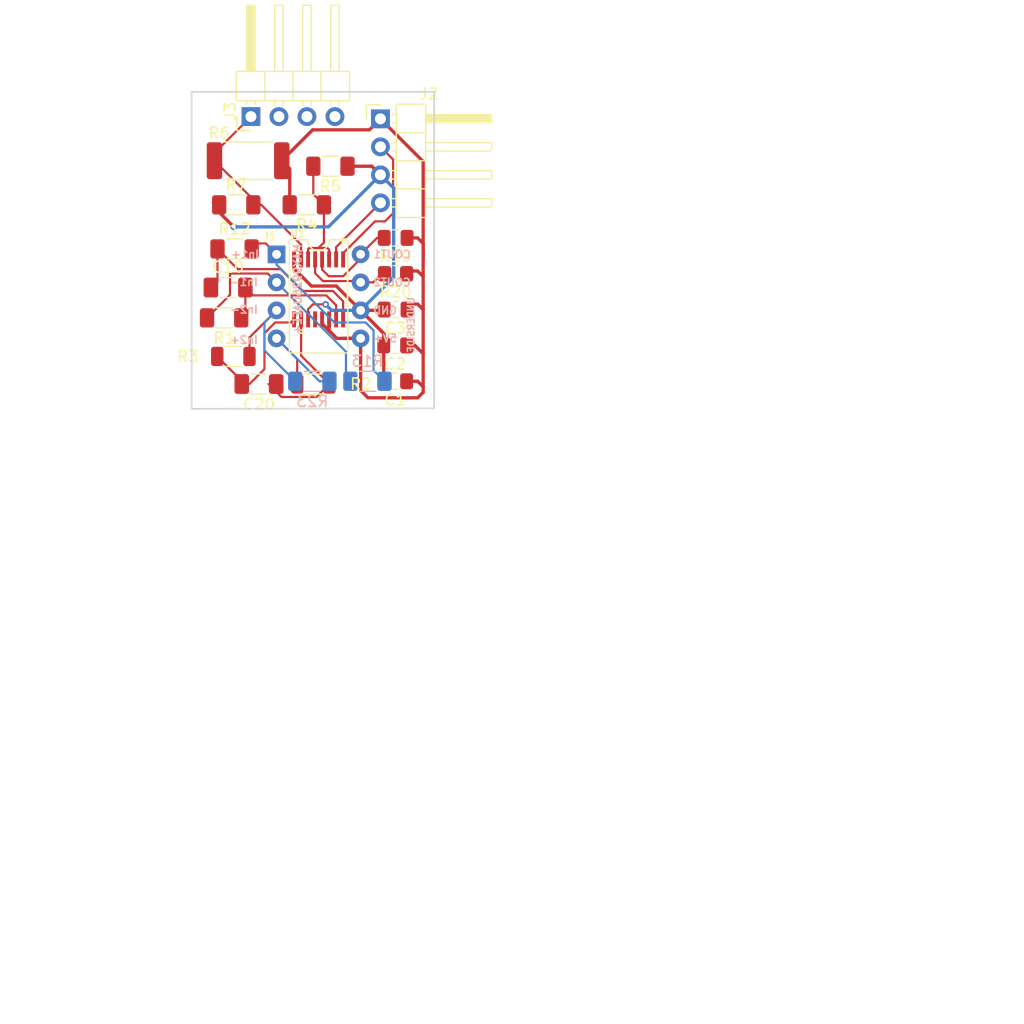
<source format=kicad_pcb>
(kicad_pcb (version 20240108) (generator "pcbnew") (generator_version "8.0")
  (title_block (title "Dual Variable Reluctance MAX9926 mode A2") (date "2021-04-24") (rev "3.7") (company "(c)2021 Phill Rogers @ TechColab.co.je") (comment 1 "Optional onboard regulator or 5V direct") (comment 2 "Optional power resistors") (comment 3 "Optional edge header for breadboard etc.") (comment 4 "M2 mounting holes"))
  (layers (0 "F.Cu" signal) (31 "B.Cu" signal) (34 "B.Paste" user) (35 "F.Paste" user) (36 "B.SilkS" user "B.Silkscreen") (37 "F.SilkS" user "F.Silkscreen") (38 "B.Mask" user) (39 "F.Mask" user) (44 "Edge.Cuts" user))
  (net 0 "")
  (net 1 "GND")
  (net 2 "VCC")
  (net 3 "Net-(J2-Pin_2)")
  (net 4 "Net-(J1-Pin_2)")
  (net 5 "Net-(J1-Pin_1)")
  (net 6 "Net-(J1-Pin_4)")
  (net 7 "Net-(J1-Pin_3)")
  (net 8 "Net-(U1-IN1-)")
  (net 9 "Net-(U1-IN2-)")
  (net 10 "Net-(U1-IN2+)")
  (net 11 "Net-(U1-IN1+)")
  (net 13 "/COUT1")
  (net 14 "/COUT2")
  (net 18 "Net-(U1-BIAS1)")
  (net 19 "Net-(J3-Pin_1)")
  (net 20 "Net-(J2-Pin_4)")
  (footprint "Capacitor_SMD:C_0805_2012Metric_Pad1.18x1.45mm_HandSolder" (layer "F.Cu") (at 129.8175 113.745 180)
    (property "Reference" "C1" (at 0 -1.68 180) (layer "F.SilkS"))
    (property "Value" "10n")
    (fp_line (start -0.261252 0.735) (end 0.261252 0.735) (stroke (width 0.12)) (layer "F.SilkS"))
    (fp_line (start -0.261252 -0.735) (end 0.261252 -0.735) (stroke (width 0.12)) (layer "F.SilkS"))
    (pad "1" smd roundrect (at -1.0375 0 180) (size 1.175 1.45) (layers "F.Cu" "F.Paste" "F.Mask") (roundrect_rratio 0.212766) (net 2 "VCC"))
    (pad "2" smd roundrect (at 1.0375 0 180) (size 1.175 1.45) (layers "F.Cu" "F.Paste" "F.Mask") (roundrect_rratio 0.212766) (net 1 "GND"))
  )
  (footprint "Capacitor_SMD:C_0805_2012Metric_Pad1.18x1.45mm_HandSolder" (layer "F.Cu") (at 129.8175 110.495 180)
    (property "Reference" "C2" (at 0 -1.68 180) (layer "F.SilkS"))
    (property "Value" "100n")
    (fp_line (start -0.261252 0.735) (end 0.261252 0.735) (stroke (width 0.12)) (layer "F.SilkS"))
    (fp_line (start -0.261252 -0.735) (end 0.261252 -0.735) (stroke (width 0.12)) (layer "F.SilkS"))
    (pad "1" smd roundrect (at -1.0375 0 180) (size 1.175 1.45) (layers "F.Cu" "F.Paste" "F.Mask") (roundrect_rratio 0.212766) (net 2 "VCC"))
    (pad "2" smd roundrect (at 1.0375 0 180) (size 1.175 1.45) (layers "F.Cu" "F.Paste" "F.Mask") (roundrect_rratio 0.212766) (net 1 "GND"))
  )
  (footprint "Capacitor_SMD:C_0805_2012Metric_Pad1.18x1.45mm_HandSolder" (layer "F.Cu") (at 129.8575 107.245 180)
    (property "Reference" "C3" (at 0 -1.68 180) (layer "F.SilkS"))
    (property "Value" "1u")
    (fp_line (start -0.261252 0.735) (end 0.261252 0.735) (stroke (width 0.12)) (layer "F.SilkS"))
    (fp_line (start -0.261252 -0.735) (end 0.261252 -0.735) (stroke (width 0.12)) (layer "F.SilkS"))
    (pad "1" smd roundrect (at -1.0375 0 180) (size 1.175 1.45) (layers "F.Cu" "F.Paste" "F.Mask") (roundrect_rratio 0.212766) (net 2 "VCC"))
    (pad "2" smd roundrect (at 1.0375 0 180) (size 1.175 1.45) (layers "F.Cu" "F.Paste" "F.Mask") (roundrect_rratio 0.212766) (net 1 "GND"))
  )
  (footprint "Capacitor_SMD:C_1206_3216Metric_Pad1.33x1.80mm_HandSolder" (layer "F.Cu") (at 114.6675 105.245)
    (property "Reference" "C10" (at 0 -1.85 0) (layer "F.SilkS"))
    (property "Value" "1n")
    (fp_line (start -0.711252 -0.91) (end 0.711252 -0.91) (stroke (width 0.12)) (layer "F.SilkS"))
    (fp_line (start -0.711252 0.91) (end 0.711252 0.91) (stroke (width 0.12)) (layer "F.SilkS"))
    (pad "1" smd roundrect (at -1.5625 0) (size 1.325 1.8) (layers "F.Cu" "F.Paste" "F.Mask") (roundrect_rratio 0.188679) (net 11 "Net-(U1-IN1+)"))
    (pad "2" smd roundrect (at 1.5625 0) (size 1.325 1.8) (layers "F.Cu" "F.Paste" "F.Mask") (roundrect_rratio 0.188679) (net 8 "Net-(U1-IN1-)"))
  )
  (footprint "Capacitor_SMD:C_1206_3216Metric_Pad1.33x1.80mm_HandSolder" (layer "F.Cu") (at 117.4675 113.995 180)
    (property "Reference" "C20" (at 0 -1.85 180) (layer "F.SilkS"))
    (property "Value" "1n")
    (fp_line (start -0.711252 0.91) (end 0.711252 0.91) (stroke (width 0.12)) (layer "F.SilkS"))
    (fp_line (start -0.711252 -0.91) (end 0.711252 -0.91) (stroke (width 0.12)) (layer "F.SilkS"))
    (pad "1" smd roundrect (at -1.5625 0 180) (size 1.325 1.8) (layers "F.Cu" "F.Paste" "F.Mask") (roundrect_rratio 0.188679) (net 9 "Net-(U1-IN2-)"))
    (pad "2" smd roundrect (at 1.5625 0 180) (size 1.325 1.8) (layers "F.Cu" "F.Paste" "F.Mask") (roundrect_rratio 0.188679) (net 10 "Net-(U1-IN2+)"))
  )
  (footprint "Resistor_SMD:R_1206_3216Metric" (layer "F.Cu") (at 115.1425 111.495)
    (property "Reference" "R3" (at -4.1275 0 0) (layer "F.SilkS"))
    (property "Value" "10k")
    (fp_line (start -0.727064 -0.91) (end 0.727064 -0.91) (stroke (width 0.12)) (layer "F.SilkS"))
    (fp_line (start -0.727064 0.91) (end 0.727064 0.91) (stroke (width 0.12)) (layer "F.SilkS"))
    (pad "1" smd roundrect (at -1.4625 0) (size 1.125 1.75) (layers "F.Cu" "F.Paste" "F.Mask") (roundrect_rratio 0.222222) (net 10 "Net-(U1-IN2+)"))
    (pad "2" smd roundrect (at 1.4625 0) (size 1.125 1.75) (layers "F.Cu" "F.Paste" "F.Mask") (roundrect_rratio 0.222222) (net 7 "Net-(J1-Pin_3)"))
  )
  (footprint "Resistor_SMD:R_1206_3216Metric" (layer "F.Cu") (at 122.3925 113.995 180)
    (property "Reference" "R2" (at -4.318 0 0) (layer "F.SilkS"))
    (property "Value" "10k")
    (fp_line (start -0.727064 0.91) (end 0.727064 0.91) (stroke (width 0.12)) (layer "F.SilkS"))
    (fp_line (start -0.727064 -0.91) (end 0.727064 -0.91) (stroke (width 0.12)) (layer "F.SilkS"))
    (pad "1" smd roundrect (at -1.4625 0 180) (size 1.125 1.75) (layers "F.Cu" "F.Paste" "F.Mask") (roundrect_rratio 0.222222) (net 9 "Net-(U1-IN2-)"))
    (pad "2" smd roundrect (at 1.4625 0 180) (size 1.125 1.75) (layers "F.Cu" "F.Paste" "F.Mask") (roundrect_rratio 0.222222) (net 6 "Net-(J1-Pin_4)"))
  )
  (footprint "Resistor_SMD:R_1206_3216Metric_Pad1.30x1.75mm_HandSolder" (layer "F.Cu") (at 114.305 107.995 180)
    (property "Reference" "R1" (at 0 -1.82 0) (layer "F.SilkS"))
    (property "Value" "10k")
    (fp_line (start -0.727064 0.91) (end 0.727064 0.91) (stroke (width 0.12)) (layer "F.SilkS"))
    (fp_line (start -0.727064 -0.91) (end 0.727064 -0.91) (stroke (width 0.12)) (layer "F.SilkS"))
    (pad "1" smd roundrect (at -1.55 0 180) (size 1.3 1.75) (layers "F.Cu" "F.Paste" "F.Mask") (roundrect_rratio 0.192308) (net 8 "Net-(U1-IN1-)"))
    (pad "2" smd roundrect (at 1.55 0 180) (size 1.3 1.75) (layers "F.Cu" "F.Paste" "F.Mask") (roundrect_rratio 0.192308) (net 4 "Net-(J1-Pin_2)"))
  )
  (footprint "Package_DIP:DIP-8_W7.62mm" (layer "F.Cu") (at 119.0625 102.235)
    (property "Reference" "J1" (at -0.635 -1.64 0) (layer "F.SilkS") (effects (font (size 0.7 0.7))))
    (property "Value" "8-pin header")
    (fp_line (start 1.16 -1.33) (end 1.16 8.95) (stroke (width 0.12)) (layer "F.SilkS"))
    (fp_line (start 1.16 8.95) (end 6.46 8.95) (stroke (width 0.12)) (layer "F.SilkS"))
    (fp_line (start 2.81 -1.33) (end 1.16 -1.33) (stroke (width 0.12)) (layer "F.SilkS"))
    (fp_line (start 6.46 -1.33) (end 4.81 -1.33) (stroke (width 0.12)) (layer "F.SilkS"))
    (fp_line (start 6.46 8.95) (end 6.46 -1.33) (stroke (width 0.12)) (layer "F.SilkS"))
    (fp_arc (start 4.81 -1.33) (mid 3.81 -0.33) (end 2.81 -1.33) (stroke (width 0.12)) (layer "F.SilkS"))
    (pad "1" thru_hole rect (at 0 0) (size 1.6 1.6) (drill 0.8) (layers "*.Cu" "*.Mask") (net 5 "Net-(J1-Pin_1)"))
    (pad "2" thru_hole oval (at 0 2.54) (size 1.6 1.6) (drill 0.8) (layers "*.Cu" "*.Mask") (net 4 "Net-(J1-Pin_2)"))
    (pad "3" thru_hole oval (at 0 5.08) (size 1.6 1.6) (drill 0.8) (layers "*.Cu" "*.Mask") (net 7 "Net-(J1-Pin_3)"))
    (pad "4" thru_hole oval (at 0 7.62) (size 1.6 1.6) (drill 0.8) (layers "*.Cu" "*.Mask") (net 6 "Net-(J1-Pin_4)"))
    (pad "5" thru_hole oval (at 7.62 7.62) (size 1.6 1.6) (drill 0.8) (layers "*.Cu" "*.Mask") (net 2 "VCC"))
    (pad "6" thru_hole oval (at 7.62 5.08) (size 1.6 1.6) (drill 0.8) (layers "*.Cu" "*.Mask") (net 1 "GND"))
    (pad "7" thru_hole oval (at 7.62 2.54) (size 1.6 1.6) (drill 0.8) (layers "*.Cu" "*.Mask") (net 14 "/COUT2"))
    (pad "8" thru_hole oval (at 7.62 0) (size 1.6 1.6) (drill 0.8) (layers "*.Cu" "*.Mask") (net 13 "/COUT1"))
  )
  (footprint "Capacitor_SMD:C_0805_2012Metric_Pad1.18x1.45mm_HandSolder" (layer "F.Cu") (at 129.8575 100.745 180)
    (property "Reference" "R10" (at 0 -1.68 180) (layer "F.SilkS"))
    (property "Value" "560")
    (fp_line (start -0.261252 0.735) (end 0.261252 0.735) (stroke (width 0.12)) (layer "F.SilkS"))
    (fp_line (start -0.261252 -0.735) (end 0.261252 -0.735) (stroke (width 0.12)) (layer "F.SilkS"))
    (pad "1" smd roundrect (at -1.0375 0 180) (size 1.175 1.45) (layers "F.Cu" "F.Paste" "F.Mask") (roundrect_rratio 0.212766) (net 2 "VCC"))
    (pad "2" smd roundrect (at 1.0375 0 180) (size 1.175 1.45) (layers "F.Cu" "F.Paste" "F.Mask") (roundrect_rratio 0.212766) (net 13 "/COUT1"))
  )
  (footprint "Resistor_SMD:R_0805_2012Metric_Pad1.20x1.40mm_HandSolder" (layer "F.Cu") (at 129.855 103.995 180)
    (property "Reference" "R20" (at 0 -1.65 180) (layer "F.SilkS"))
    (property "Value" "560")
    (fp_line (start -0.227064 0.735) (end 0.227064 0.735) (stroke (width 0.12)) (layer "F.SilkS"))
    (fp_line (start -0.227064 -0.735) (end 0.227064 -0.735) (stroke (width 0.12)) (layer "F.SilkS"))
    (pad "1" smd roundrect (at -1 0 180) (size 1.2 1.4) (layers "F.Cu" "F.Paste" "F.Mask") (roundrect_rratio 0.208333) (net 2 "VCC"))
    (pad "2" smd roundrect (at 1 0 180) (size 1.2 1.4) (layers "F.Cu" "F.Paste" "F.Mask") (roundrect_rratio 0.208333) (net 14 "/COUT2"))
  )
  (footprint "MAX9926UAEE+:MAX9926UAEE&plus_" (layer "F.Cu") (at 122.8725 105.41 -90)
    (property "Reference" "U1" (at -5.08 1.905 180) (layer "F.SilkS") (effects (font (size 0.7 0.7))))
    (property "Value" "MAX9926UAEE+" (at 0 1.905 90) (layer "B.SilkS") (effects (font (size 0.7 0.7)) (justify mirror)))
    (fp_line (start -1.741055 2.6162) (end 1.741055 2.6162) (stroke (width 0.1524)) (layer "F.SilkS"))
    (fp_line (start 3.702799 1.778) (end 3.702799 1.397) (stroke (width 0.1524)) (layer "F.SilkS"))
    (fp_line (start 3.956799 1.778) (end 3.702799 1.778) (stroke (width 0.1524)) (layer "F.SilkS"))
    (fp_line (start 3.702799 1.397) (end 3.956799 1.397) (stroke (width 0.1524)) (layer "F.SilkS"))
    (fp_line (start 3.956799 1.397) (end 3.956799 1.778) (stroke (width 0.1524)) (layer "F.SilkS"))
    (fp_line (start 1.741055 -2.6162) (end -1.741055 -2.6162) (stroke (width 0.1524)) (layer "F.SilkS"))
    (fp_text user "*" (at -4.445 -2.54 90) (layer "F.SilkS"))
    (fp_text user "*" (at -4.445 -2.54 90) (layer "F.SilkS"))
    (pad "1" smd rect (at -2.721348 -2.2225 270) (size 1.454899 0.3548) (layers "F.Cu" "F.Paste" "F.Mask") (net 3 "Net-(J2-Pin_2)"))
    (pad "2" smd rect (at -2.721348 -1.5875 270) (size 1.454899 0.3548) (layers "F.Cu" "F.Paste" "F.Mask") (net 20 "Net-(J2-Pin_4)"))
    (pad "3" smd rect (at -2.721348 -0.9525 270) (size 1.454899 0.3548) (layers "F.Cu" "F.Paste" "F.Mask") (net 18 "Net-(U1-BIAS1)"))
    (pad "4" smd rect (at -2.721348 -0.3175 270) (size 1.454899 0.3548) (layers "F.Cu" "F.Paste" "F.Mask") (net 13 "/COUT1"))
    (pad "5" smd rect (at -2.721348 0.3175 270) (size 1.454899 0.3548) (layers "F.Cu" "F.Paste" "F.Mask") (net 14 "/COUT2"))
    (pad "6" smd rect (at -2.721348 0.9525 270) (size 1.454899 0.3548) (layers "F.Cu" "F.Paste" "F.Mask") (net 18 "Net-(U1-BIAS1)"))
    (pad "7" smd rect (at -2.721348 1.5875 270) (size 1.454899 0.3548) (layers "F.Cu" "F.Paste" "F.Mask") (net 19 "Net-(J3-Pin_1)"))
    (pad "8" smd rect (at -2.721348 2.2225 270) (size 1.454899 0.3548) (layers "F.Cu" "F.Paste" "F.Mask") (net 1 "GND"))
    (pad "9" smd rect (at 2.721348 2.2225 270) (size 1.454899 0.3548) (layers "F.Cu" "F.Paste" "F.Mask") (net 10 "Net-(U1-IN2+)"))
    (pad "10" smd rect (at 2.721348 1.5875 270) (size 1.454899 0.3548) (layers "F.Cu" "F.Paste" "F.Mask") (net 9 "Net-(U1-IN2-)"))
    (pad "11" smd rect (at 2.721348 0.9525 270) (size 1.454899 0.3548) (layers "F.Cu" "F.Paste" "F.Mask") (net 1 "GND"))
    (pad "12" smd rect (at 2.721348 0.3175 270) (size 1.454899 0.3548) (layers "F.Cu" "F.Paste" "F.Mask"))
    (pad "13" smd rect (at 2.721348 -0.3175 270) (size 1.454899 0.3548) (layers "F.Cu" "F.Paste" "F.Mask") (net 2 "VCC"))
    (pad "14" smd rect (at 2.721348 -0.9525 270) (size 1.454899 0.3548) (layers "F.Cu" "F.Paste" "F.Mask") (net 2 "VCC"))
    (pad "15" smd rect (at 2.721348 -1.5875 270) (size 1.454899 0.3548) (layers "F.Cu" "F.Paste" "F.Mask") (net 8 "Net-(U1-IN1-)"))
    (pad "16" smd rect (at 2.721348 -2.2225 270) (size 1.454899 0.3548) (layers "F.Cu" "F.Paste" "F.Mask") (net 11 "Net-(U1-IN1+)"))
  )
  (footprint "Resistor_SMD:R_1206_3216Metric_Pad1.30x1.75mm_HandSolder" (layer "F.Cu") (at 115.2525 101.745)
    (property "Reference" "R12" (at 0 -1.82 0) (layer "F.SilkS"))
    (property "Value" "10k")
    (fp_line (start -0.727064 -0.91) (end 0.727064 -0.91) (stroke (width 0.12)) (layer "F.SilkS"))
    (fp_line (start -0.727064 0.91) (end 0.727064 0.91) (stroke (width 0.12)) (layer "F.SilkS"))
    (pad "1" smd roundrect (at -1.55 0) (size 1.3 1.75) (layers "F.Cu" "F.Paste" "F.Mask") (roundrect_rratio 0.192308) (net 11 "Net-(U1-IN1+)"))
    (pad "2" smd roundrect (at 1.55 0) (size 1.3 1.75) (layers "F.Cu" "F.Paste" "F.Mask") (roundrect_rratio 0.192308) (net 5 "Net-(J1-Pin_1)"))
  )
  (footprint "Connector_PinHeader_2.54mm:PinHeader_1x04_P2.54mm_Horizontal" (layer "F.Cu") (at 116.735 89.745 90)
    (property "Reference" "J3" (at 0.5 -1.88 90) (layer "F.SilkS"))
    (property "Value" "Edge")
    (fp_line (start 4.1 -1.33) (end 1.44 -1.33) (stroke (width 0.12)) (layer "F.SilkS"))
    (fp_line (start 1.44 -1.33) (end 1.44 8.95) (stroke (width 0.12)) (layer "F.SilkS"))
    (fp_line (start -1.27 -1.27) (end 0 -1.27) (stroke (width 0.12)) (layer "F.SilkS"))
    (fp_line (start 10.1 -0.38) (end 10.1 0.38) (stroke (width 0.12)) (layer "F.SilkS"))
    (fp_line (start 4.1 -0.38) (end 10.1 -0.38) (stroke (width 0.12)) (layer "F.SilkS"))
    (fp_line (start 1.11 -0.38) (end 1.44 -0.38) (stroke (width 0.12)) (layer "F.SilkS"))
    (fp_line (start 4.1 -0.32) (end 10.1 -0.32) (stroke (width 0.12)) (layer "F.SilkS"))
    (fp_line (start 4.1 -0.2) (end 10.1 -0.2) (stroke (width 0.12)) (layer "F.SilkS"))
    (fp_line (start 4.1 -0.08) (end 10.1 -0.08) (stroke (width 0.12)) (layer "F.SilkS"))
    (fp_line (start -1.27 0) (end -1.27 -1.27) (stroke (width 0.12)) (layer "F.SilkS"))
    (fp_line (start 4.1 0.04) (end 10.1 0.04) (stroke (width 0.12)) (layer "F.SilkS"))
    (fp_line (start 4.1 0.16) (end 10.1 0.16) (stroke (width 0.12)) (layer "F.SilkS"))
    (fp_line (start 4.1 0.28) (end 10.1 0.28) (stroke (width 0.12)) (layer "F.SilkS"))
    (fp_line (start 10.1 0.38) (end 4.1 0.38) (stroke (width 0.12)) (layer "F.SilkS"))
    (fp_line (start 1.11 0.38) (end 1.44 0.38) (stroke (width 0.12)) (layer "F.SilkS"))
    (fp_line (start 1.44 1.27) (end 4.1 1.27) (stroke (width 0.12)) (layer "F.SilkS"))
    (fp_line (start 10.1 2.16) (end 10.1 2.92) (stroke (width 0.12)) (layer "F.SilkS"))
    (fp_line (start 4.1 2.16) (end 10.1 2.16) (stroke (width 0.12)) (layer "F.SilkS"))
    (fp_line (start 1.042929 2.16) (end 1.44 2.16) (stroke (width 0.12)) (layer "F.SilkS"))
    (fp_line (start 10.1 2.92) (end 4.1 2.92) (stroke (width 0.12)) (layer "F.SilkS"))
    (fp_line (start 1.042929 2.92) (end 1.44 2.92) (stroke (width 0.12)) (layer "F.SilkS"))
    (fp_line (start 1.44 3.81) (end 4.1 3.81) (stroke (width 0.12)) (layer "F.SilkS"))
    (fp_line (start 10.1 4.7) (end 10.1 5.46) (stroke (width 0.12)) (layer "F.SilkS"))
    (fp_line (start 4.1 4.7) (end 10.1 4.7) (stroke (width 0.12)) (layer "F.SilkS"))
    (fp_line (start 1.042929 4.7) (end 1.44 4.7) (stroke (width 0.12)) (layer "F.SilkS"))
    (fp_line (start 10.1 5.46) (end 4.1 5.46) (stroke (width 0.12)) (layer "F.SilkS"))
    (fp_line (start 1.042929 5.46) (end 1.44 5.46) (stroke (width 0.12)) (layer "F.SilkS"))
    (fp_line (start 1.44 6.35) (end 4.1 6.35) (stroke (width 0.12)) (layer "F.SilkS"))
    (fp_line (start 10.1 7.24) (end 10.1 8) (stroke (width 0.12)) (layer "F.SilkS"))
    (fp_line (start 4.1 7.24) (end 10.1 7.24) (stroke (width 0.12)) (layer "F.SilkS"))
    (fp_line (start 1.042929 7.24) (end 1.44 7.24) (stroke (width 0.12)) (layer "F.SilkS"))
    (fp_line (start 10.1 8) (end 4.1 8) (stroke (width 0.12)) (layer "F.SilkS"))
    (fp_line (start 1.042929 8) (end 1.44 8) (stroke (width 0.12)) (layer "F.SilkS"))
    (fp_line (start 4.1 8.95) (end 4.1 -1.33) (stroke (width 0.12)) (layer "F.SilkS"))
    (fp_line (start 1.44 8.95) (end 4.1 8.95) (stroke (width 0.12)) (layer "F.SilkS"))
    (pad "1" thru_hole rect (at 0 0 90) (size 1.7 1.7) (drill 1) (layers "*.Cu" "*.Mask") (net 19 "Net-(J3-Pin_1)"))
    (pad "2" thru_hole oval (at 0 2.54 90) (size 1.7 1.7) (drill 1) (layers "*.Cu" "*.Mask"))
    (pad "3" thru_hole oval (at 0 5.08 90) (size 1.7 1.7) (drill 1) (layers "*.Cu" "*.Mask"))
    (pad "4" thru_hole oval (at 0 7.62 90) (size 1.7 1.7) (drill 1) (layers "*.Cu" "*.Mask"))
  )
  (footprint "Resistor_SMD:R_1206_3216Metric_Pad1.30x1.75mm_HandSolder" (layer "F.Cu") (at 123.9425 94.245 180)
    (property "Reference" "R5" (at 0 -1.82 180) (layer "F.SilkS"))
    (property "Value" "10k")
    (fp_line (start -0.727064 0.91) (end 0.727064 0.91) (stroke (width 0.12)) (layer "F.SilkS"))
    (fp_line (start -0.727064 -0.91) (end 0.727064 -0.91) (stroke (width 0.12)) (layer "F.SilkS"))
    (pad "1" smd roundrect (at -1.55 0 180) (size 1.3 1.75) (layers "F.Cu" "F.Paste" "F.Mask") (roundrect_rratio 0.192308) (net 1 "GND"))
    (pad "2" smd roundrect (at 1.55 0 180) (size 1.3 1.75) (layers "F.Cu" "F.Paste" "F.Mask") (roundrect_rratio 0.192308) (net 18 "Net-(U1-BIAS1)"))
  )
  (footprint "Resistor_SMD:R_2512_6332Metric_Pad1.40x3.35mm_HandSolder" (layer "F.Cu") (at 116.48 93.745)
    (property "Reference" "R6" (at -2.625 -2.5 0) (layer "F.SilkS"))
    (property "Value" "1k")
    (fp_line (start -2.177064 -1.71) (end 2.177064 -1.71) (stroke (width 0.12)) (layer "F.SilkS"))
    (fp_line (start -2.177064 1.71) (end 2.177064 1.71) (stroke (width 0.12)) (layer "F.SilkS"))
    (pad "1" smd roundrect (at -3.05 0) (size 1.4 3.35) (layers "F.Cu" "F.Paste" "F.Mask") (roundrect_rratio 0.178571) (net 19 "Net-(J3-Pin_1)"))
    (pad "2" smd roundrect (at 3.05 0) (size 1.4 3.35) (layers "F.Cu" "F.Paste" "F.Mask") (roundrect_rratio 0.178571) (net 2 "VCC"))
  )
  (footprint "Resistor_SMD:R_1206_3216Metric_Pad1.30x1.75mm_HandSolder" (layer "F.Cu") (at 121.805 97.745 180)
    (property "Reference" "R4" (at 0 -1.82 180) (layer "F.SilkS"))
    (property "Value" "10k")
    (fp_line (start -0.727064 0.91) (end 0.727064 0.91) (stroke (width 0.12)) (layer "F.SilkS"))
    (fp_line (start -0.727064 -0.91) (end 0.727064 -0.91) (stroke (width 0.12)) (layer "F.SilkS"))
    (pad "1" smd roundrect (at -1.55 0 180) (size 1.3 1.75) (layers "F.Cu" "F.Paste" "F.Mask") (roundrect_rratio 0.192308) (net 18 "Net-(U1-BIAS1)"))
    (pad "2" smd roundrect (at 1.55 0 180) (size 1.3 1.75) (layers "F.Cu" "F.Paste" "F.Mask") (roundrect_rratio 0.192308) (net 2 "VCC"))
  )
  (footprint "Connector_PinHeader_2.54mm:PinHeader_1x04_P2.54mm_Horizontal" (layer "F.Cu") (at 128.48 89.945)
    (property "Reference" "J2" (at 4.385 -2.27 0) (layer "F.SilkS"))
    (property "Value" "Edge")
    (fp_line (start -1.27 -1.27) (end 0 -1.27) (stroke (width 0.12)) (layer "F.SilkS"))
    (fp_line (start -1.27 0) (end -1.27 -1.27) (stroke (width 0.12)) (layer "F.SilkS"))
    (fp_line (start 1.042929 2.16) (end 1.44 2.16) (stroke (width 0.12)) (layer "F.SilkS"))
    (fp_line (start 1.042929 2.92) (end 1.44 2.92) (stroke (width 0.12)) (layer "F.SilkS"))
    (fp_line (start 1.042929 4.7) (end 1.44 4.7) (stroke (width 0.12)) (layer "F.SilkS"))
    (fp_line (start 1.042929 5.46) (end 1.44 5.46) (stroke (width 0.12)) (layer "F.SilkS"))
    (fp_line (start 1.042929 7.24) (end 1.44 7.24) (stroke (width 0.12)) (layer "F.SilkS"))
    (fp_line (start 1.042929 8) (end 1.44 8) (stroke (width 0.12)) (layer "F.SilkS"))
    (fp_line (start 1.11 -0.38) (end 1.44 -0.38) (stroke (width 0.12)) (layer "F.SilkS"))
    (fp_line (start 1.11 0.38) (end 1.44 0.38) (stroke (width 0.12)) (layer "F.SilkS"))
    (fp_line (start 1.44 -1.33) (end 1.44 8.95) (stroke (width 0.12)) (layer "F.SilkS"))
    (fp_line (start 1.44 1.27) (end 4.1 1.27) (stroke (width 0.12)) (layer "F.SilkS"))
    (fp_line (start 1.44 3.81) (end 4.1 3.81) (stroke (width 0.12)) (layer "F.SilkS"))
    (fp_line (start 1.44 6.35) (end 4.1 6.35) (stroke (width 0.12)) (layer "F.SilkS"))
    (fp_line (start 1.44 8.95) (end 4.1 8.95) (stroke (width 0.12)) (layer "F.SilkS"))
    (fp_line (start 4.1 -1.33) (end 1.44 -1.33) (stroke (width 0.12)) (layer "F.SilkS"))
    (fp_line (start 4.1 -0.38) (end 10.1 -0.38) (stroke (width 0.12)) (layer "F.SilkS"))
    (fp_line (start 4.1 -0.32) (end 10.1 -0.32) (stroke (width 0.12)) (layer "F.SilkS"))
    (fp_line (start 4.1 -0.2) (end 10.1 -0.2) (stroke (width 0.12)) (layer "F.SilkS"))
    (fp_line (start 4.1 -0.08) (end 10.1 -0.08) (stroke (width 0.12)) (layer "F.SilkS"))
    (fp_line (start 4.1 0.04) (end 10.1 0.04) (stroke (width 0.12)) (layer "F.SilkS"))
    (fp_line (start 4.1 0.16) (end 10.1 0.16) (stroke (width 0.12)) (layer "F.SilkS"))
    (fp_line (start 4.1 0.28) (end 10.1 0.28) (stroke (width 0.12)) (layer "F.SilkS"))
    (fp_line (start 4.1 2.16) (end 10.1 2.16) (stroke (width 0.12)) (layer "F.SilkS"))
    (fp_line (start 4.1 4.7) (end 10.1 4.7) (stroke (width 0.12)) (layer "F.SilkS"))
    (fp_line (start 4.1 7.24) (end 10.1 7.24) (stroke (width 0.12)) (layer "F.SilkS"))
    (fp_line (start 4.1 8.95) (end 4.1 -1.33) (stroke (width 0.12)) (layer "F.SilkS"))
    (fp_line (start 10.1 -0.38) (end 10.1 0.38) (stroke (width 0.12)) (layer "F.SilkS"))
    (fp_line (start 10.1 0.38) (end 4.1 0.38) (stroke (width 0.12)) (layer "F.SilkS"))
    (fp_line (start 10.1 2.16) (end 10.1 2.92) (stroke (width 0.12)) (layer "F.SilkS"))
    (fp_line (start 10.1 2.92) (end 4.1 2.92) (stroke (width 0.12)) (layer "F.SilkS"))
    (fp_line (start 10.1 4.7) (end 10.1 5.46) (stroke (width 0.12)) (layer "F.SilkS"))
    (fp_line (start 10.1 5.46) (end 4.1 5.46) (stroke (width 0.12)) (layer "F.SilkS"))
    (fp_line (start 10.1 7.24) (end 10.1 8) (stroke (width 0.12)) (layer "F.SilkS"))
    (fp_line (start 10.1 8) (end 4.1 8) (stroke (width 0.12)) (layer "F.SilkS"))
    (pad "1" thru_hole rect (at 0 0) (size 1.7 1.7) (drill 1) (layers "*.Cu" "*.Mask") (net 2 "VCC"))
    (pad "2" thru_hole oval (at 0 2.54) (size 1.7 1.7) (drill 1) (layers "*.Cu" "*.Mask") (net 3 "Net-(J2-Pin_2)"))
    (pad "3" thru_hole oval (at 0 5.08) (size 1.7 1.7) (drill 1) (layers "*.Cu" "*.Mask") (net 1 "GND"))
    (pad "4" thru_hole oval (at 0 7.62) (size 1.7 1.7) (drill 1) (layers "*.Cu" "*.Mask") (net 20 "Net-(J2-Pin_4)"))
  )
  (footprint "Resistor_SMD:R_1206_3216Metric_Pad1.30x1.75mm_HandSolder" (layer "F.Cu") (at 115.405 97.745)
    (property "Reference" "R7" (at 0 -1.82 0) (layer "F.SilkS"))
    (property "Value" "10k")
    (fp_line (start -0.727064 -0.91) (end 0.727064 -0.91) (stroke (width 0.12)) (layer "F.SilkS"))
    (fp_line (start -0.727064 0.91) (end 0.727064 0.91) (stroke (width 0.12)) (layer "F.SilkS"))
    (pad "1" smd roundrect (at -1.55 0) (size 1.3 1.75) (layers "F.Cu" "F.Paste" "F.Mask") (roundrect_rratio 0.192308) (net 1 "GND"))
    (pad "2" smd roundrect (at 1.55 0) (size 1.3 1.75) (layers "F.Cu" "F.Paste" "F.Mask") (roundrect_rratio 0.192308) (net 19 "Net-(J3-Pin_1)"))
  )
  (footprint "Resistor_SMD:R_1206_3216Metric_Pad1.30x1.75mm_HandSolder" (layer "B.Cu") (at 122.305 113.745)
    (property "Reference" "R23" (at 0 1.82 0) (layer "B.SilkS") (effects (justify mirror)))
    (property "Value" "4.7k")
    (fp_line (start 0.727064 -0.91) (end -0.727064 -0.91) (stroke (width 0.12)) (layer "B.SilkS"))
    (fp_line (start 0.727064 0.91) (end -0.727064 0.91) (stroke (width 0.12)) (layer "B.SilkS"))
    (pad "1" smd roundrect (at -1.55 0) (size 1.3 1.75) (layers "B.Cu" "B.Paste" "B.Mask") (roundrect_rratio 0.192308) (net 7 "Net-(J1-Pin_3)"))
    (pad "2" smd roundrect (at 1.55 0) (size 1.3 1.75) (layers "B.Cu" "B.Paste" "B.Mask") (roundrect_rratio 0.192308) (net 6 "Net-(J1-Pin_4)"))
  )
  (footprint "Resistor_SMD:R_1206_3216Metric_Pad1.30x1.75mm_HandSolder" (layer "B.Cu") (at 127.305 113.745 180)
    (property "Reference" "R13" (at 0 1.82 0) (layer "B.SilkS") (effects (justify mirror)))
    (property "Value" "4.7k")
    (fp_line (start 0.727064 0.91) (end -0.727064 0.91) (stroke (width 0.12)) (layer "B.SilkS"))
    (fp_line (start 0.727064 -0.91) (end -0.727064 -0.91) (stroke (width 0.12)) (layer "B.SilkS"))
    (pad "1" smd roundrect (at -1.55 0 180) (size 1.3 1.75) (layers "B.Cu" "B.Paste" "B.Mask") (roundrect_rratio 0.192308) (net 5 "Net-(J1-Pin_1)"))
    (pad "2" smd roundrect (at 1.55 0 180) (size 1.3 1.75) (layers "B.Cu" "B.Paste" "B.Mask") (roundrect_rratio 0.192308) (net 4 "Net-(J1-Pin_2)"))
  )
  (gr_line (start 133.355 87.495) (end 133.355 116.205) (stroke (width 0.15)) (layer "Edge.Cuts"))
  (gr_line (start 133.355 116.205) (end 111.355 116.245) (stroke (width 0.15)) (layer "Edge.Cuts"))
  (gr_line (start 111.355 116.245) (end 111.355 87.495) (stroke (width 0.15)) (layer "Edge.Cuts"))
  (gr_line (start 133.355 87.495) (end 111.355 87.495) (stroke (width 0.15)) (layer "Edge.Cuts"))
  (gr_text "COUT1" (at 129.54 102.235 0) (layer "B.SilkS") (effects (font (size 0.7 0.7)) (justify mirror)))
  (gr_text "COUT2" (at 129.54 104.775 0) (layer "B.SilkS") (effects (font (size 0.7 0.7)) (justify mirror)))
  (gr_text "GND" (at 128.905 107.315 0) (layer "B.SilkS") (effects (font (size 0.7 0.7)) (justify mirror)))
  (gr_text "5V+" (at 128.905 109.855 0) (layer "B.SilkS") (effects (font (size 0.7 0.7)) (justify mirror)))
  (gr_text "In1+" (at 116.205 102.235 0) (layer "B.SilkS") (effects (font (size 0.7 0.7)) (justify mirror)))
  (gr_text "UNDERSIDE" (at 131.253348 108.635586 90) (layer "B.SilkS") (effects (font (size 0.6 0.6)) (justify mirror)))
  (gr_text "In1-" (at 116.105 104.745 0) (layer "B.SilkS") (effects (font (size 0.7 0.7)) (justify mirror)))
  (gr_text "In2-" (at 116.105 107.245 0) (layer "B.SilkS") (effects (font (size 0.7 0.7)) (justify mirror)))
  (gr_text "In2+" (at 116.105 109.995 0) (layer "B.SilkS") (effects (font (size 0.7 0.7)) (justify mirror)))
  (segment (start 126.6825 107.315) (end 128.82 109.4525) (width 0.3) (layer "F.Cu") (net 1))
  (segment (start 122.351889 106.77201) (end 123.5075 106.77201) (width 0.2) (layer "F.Cu") (net 1))
  (segment (start 113.855 97.745) (end 113.855 98.42) (width 0.3) (layer "F.Cu") (net 1))
  (segment (start 121.92 108.131348) (end 121.92 107.203899) (width 0.2) (layer "F.Cu") (net 1))
  (segment (start 128.78 109.4125) (end 128.78 113.745) (width 0.3) (layer "F.Cu") (net 1))
  (segment (start 113.855 98.42) (end 115.18 99.745) (width 0.3) (layer "F.Cu") (net 1))
  (segment (start 121.92 107.203899) (end 122.351889 106.77201) (width 0.2) (layer "F.Cu") (net 1))
  (segment (start 127.7 94.245) (end 128.48 95.025) (width 0.3) (layer "F.Cu") (net 1))
  (segment (start 125.4925 94.245) (end 127.7 94.245) (width 0.3) (layer "F.Cu") (net 1))
  (segment (start 120.65 102.688652) (end 120.65 103.54) (width 0.3) (layer "F.Cu") (net 1))
  (segment (start 121.92 108.131348) (end 121.92 108.18) (width 0.2) (layer "F.Cu") (net 1))
  (segment (start 126.6825 107.315) (end 128.78 109.4125) (width 0.3) (layer "F.Cu") (net 1))
  (segment (start 122.217989 105.107989) (end 124.475489 105.107989) (width 0.3) (layer "F.Cu") (net 1))
  (segment (start 120.65 103.54) (end 122.217989 105.107989) (width 0.3) (layer "F.Cu") (net 1))
  (segment (start 121.92 108.18) (end 121.855 108.245) (width 0.2) (layer "F.Cu") (net 1))
  (segment (start 128.25 107.315) (end 128.82 106.745) (width 0.3) (layer "F.Cu") (net 1))
  (segment (start 126.6825 107.315) (end 128.25 107.315) (width 0.3) (layer "F.Cu") (net 1))
  (segment (start 123.5075 106.77201) (end 123.38201 106.77201) (width 0.3) (layer "F.Cu") (net 1))
  (segment (start 124.475489 105.107989) (end 126.6825 107.315) (width 0.3) (layer "F.Cu") (net 1))
  (segment (start 123.38201 106.77201) (end 123.355 106.745) (width 0.3) (layer "F.Cu") (net 1))
  (segment (start 128.82 109.4525) (end 128.82 110.245) (width 0.3) (layer "F.Cu") (net 1))
  (via (at 123.5075 106.77201) (size 0.6) (drill 0.3) (layers "F.Cu" "B.Cu") (net 1))
  (via (at 115.18 99.745) (size 0.6) (drill 0.3) (layers "F.Cu" "B.Cu") (net 1))
  (segment (start 123.5075 106.68) (end 123.5075 106.68) (width 0.3) (layer "B.Cu") (net 1))
  (segment (start 129.68 96.225) (end 129.68 104.3175) (width 0.3) (layer "B.Cu") (net 1))
  (segment (start 123.76 99.745) (end 128.48 95.025) (width 0.3) (layer "B.Cu") (net 1))
  (segment (start 128.48 95.025) (end 129.68 96.225) (width 0.3) (layer "B.Cu") (net 1))
  (segment (start 124.05049 107.315) (end 126.6825 107.315) (width 0.3) (layer "B.Cu") (net 1))
  (segment (start 115.18 99.745) (end 123.76 99.745) (width 0.3) (layer "B.Cu") (net 1))
  (segment (start 129.68 104.3175) (end 126.6825 107.315) (width 0.3) (layer "B.Cu") (net 1))
  (segment (start 123.5075 106.77201) (end 124.05049 107.315) (width 0.3) (layer "B.Cu") (net 1))
  (segment (start 125.1125 109.855) (end 126.6825 109.855) (width 0.3) (layer "F.Cu") (net 2))
  (segment (start 126.176498 109.855) (end 126.6825 109.855) (width 0.3) (layer "F.Cu") (net 2))
  (segment (start 131.605 110.495) (end 132.355 111.245) (width 0.3) (layer "F.Cu") (net 2))
  (segment (start 123.825 109.158796) (end 123.883102 109.216898) (width 0.3) (layer "F.Cu") (net 2))
  (segment (start 119.53 93.745) (end 122.33 90.945) (width 0.3) (layer "F.Cu") (net 2))
  (segment (start 131.855 115.245) (end 132.355 114.745) (width 0.3) (layer "F.Cu") (net 2))
  (segment (start 132.355 106.745) (end 132.355 107.245) (width 0.3) (layer "F.Cu") (net 2))
  (segment (start 130.8575 104.065) (end 130.8575 103.745) (width 0.3) (layer "F.Cu") (net 2))
  (segment (start 131.855 103.745) (end 132.355 104.245) (width 0.3) (layer "F.Cu") (net 2))
  (segment (start 131.855 113.745) (end 132.355 114.245) (width 0.3) (layer "F.Cu") (net 2))
  (segment (start 120.255 97.745) (end 120.255 94.47) (width 0.3) (layer "F.Cu") (net 2))
  (segment (start 131.855 106.745) (end 132.355 107.245) (width 0.3) (layer "F.Cu") (net 2))
  (segment (start 124.521203 109.855) (end 126.6825 109.855) (width 0.3) (layer "F.Cu") (net 2))
  (segment (start 132.355 114.745) (end 132.355 114.245) (width 0.3) (layer "F.Cu") (net 2))
  (segment (start 132.355 114.245) (end 132.355 111.245) (width 0.3) (layer "F.Cu") (net 2))
  (segment (start 130.8575 103.745) (end 131.855 103.745) (width 0.3) (layer "F.Cu") (net 2))
  (segment (start 132.355 102.745) (end 132.355 104.245) (width 0.3) (layer "F.Cu") (net 2))
  (segment (start 128.48 89.945) (end 128.655 89.945) (width 0.3) (layer "F.Cu") (net 2))
  (segment (start 126.6825 109.855) (end 126.6825 114.5725) (width 0.3) (layer "F.Cu") (net 2))
  (segment (start 126.6825 110.0725) (end 126.855 110.245) (width 0.2) (layer "F.Cu") (net 2))
  (segment (start 132.355 111.245) (end 132.355 107.245) (width 0.3) (layer "F.Cu") (net 2))
  (segment (start 132.355 101.245) (end 132.355 102.745) (width 0.3) (layer "F.Cu") (net 2))
  (segment (start 130.855 113.745) (end 131.855 113.745) (width 0.3) (layer "F.Cu") (net 2))
  (segment (start 127.355 115.245) (end 131.855 115.245) (width 0.3) (layer "F.Cu") (net 2))
  (segment (start 126.6825 114.5725) (end 127.355 115.245) (width 0.3) (layer "F.Cu") (net 2))
  (segment (start 127.48 90.945) (end 128.48 89.945) (width 0.3) (layer "F.Cu") (net 2))
  (segment (start 122.33 90.945) (end 127.48 90.945) (width 0.3) (layer "F.Cu") (net 2))
  (segment (start 130.895 114.0675) (end 130.895 114.245) (width 0.2) (layer "F.Cu") (net 2))
  (segment (start 123.883102 109.216898) (end 124.521203 109.855) (width 0.3) (layer "F.Cu") (net 2))
  (segment (start 132.355 93.82) (end 132.355 102.745) (width 0.3) (layer "F.Cu") (net 2))
  (segment (start 128.655 89.945) (end 128.855 89.745) (width 0.3) (layer "F.Cu") (net 2))
  (segment (start 123.19 108.131348) (end 123.19 108.523797) (width 0.3) (layer "F.Cu") (net 2))
  (segment (start 130.855 110.495) (end 131.605 110.495) (width 0.3) (layer "F.Cu") (net 2))
  (segment (start 130.895 104.1025) (end 130.8575 104.065) (width 0.3) (layer "F.Cu") (net 2))
  (segment (start 130.895 106.745) (end 131.855 106.745) (width 0.3) (layer "F.Cu") (net 2))
  (segment (start 123.19 108.523797) (end 123.883102 109.216898) (width 0.3) (layer "F.Cu") (net 2))
  (segment (start 128.48 89.945) (end 132.355 93.82) (width 0.3) (layer "F.Cu") (net 2))
  (segment (start 130.895 100.745) (end 131.855 100.745) (width 0.3) (layer "F.Cu") (net 2))
  (segment (start 132.355 104.245) (end 132.355 106.745) (width 0.3) (layer "F.Cu") (net 2))
  (segment (start 120.255 94.47) (end 119.53 93.745) (width 0.3) (layer "F.Cu") (net 2))
  (segment (start 131.855 100.745) (end 132.355 101.245) (width 0.3) (layer "F.Cu") (net 2))
  (segment (start 123.825 108.131348) (end 123.825 109.158796) (width 0.3) (layer "F.Cu") (net 2))
  (segment (start 126.6825 109.855) (end 126.6825 110.0725) (width 0.2) (layer "F.Cu") (net 2))
  (segment (start 127.988603 99.245) (end 128.887909 99.245) (width 0.2) (layer "F.Cu") (net 3))
  (segment (start 128.887909 99.245) (end 129.63 98.502909) (width 0.2) (layer "F.Cu") (net 3))
  (segment (start 129.63 98.502909) (end 129.63 93.635) (width 0.2) (layer "F.Cu") (net 3))
  (segment (start 125.095 102.688652) (end 125.095 102.138603) (width 0.2) (layer "F.Cu") (net 3))
  (segment (start 125.095 102.138603) (end 127.988603 99.245) (width 0.2) (layer "F.Cu") (net 3))
  (segment (start 129.63 93.635) (end 128.48 92.485) (width 0.2) (layer "F.Cu") (net 3))
  (segment (start 118.262501 103.975001) (end 114.837499 103.975001) (width 0.2) (layer "F.Cu") (net 4))
  (segment (start 119.0625 104.775) (end 118.262501 103.975001) (width 0.2) (layer "F.Cu") (net 4))
  (segment (start 114.837499 105.912501) (end 112.755 107.995) (width 0.2) (layer "F.Cu") (net 4))
  (segment (start 114.837499 103.975001) (end 114.837499 105.912501) (width 0.2) (layer "F.Cu") (net 4))
  (segment (start 125.355 111.0675) (end 119.0625 104.775) (width 0.2) (layer "B.Cu") (net 4))
  (segment (start 125.755 113.745) (end 125.355 113.345) (width 0.2) (layer "B.Cu") (net 4))
  (segment (start 125.355 113.345) (end 125.355 111.0675) (width 0.2) (layer "B.Cu") (net 4))
  (segment (start 116.8025 101.245) (end 118.0725 101.245) (width 0.2) (layer "F.Cu") (net 5))
  (segment (start 118.8085 102.489) (end 119.0625 102.235) (width 0.2) (layer "F.Cu") (net 5))
  (segment (start 118.0725 101.245) (end 119.0625 102.235) (width 0.2) (layer "F.Cu") (net 5))
  (segment (start 127.855 109.131865) (end 127.138135 108.415) (width 0.2) (layer "B.Cu") (net 5))
  (segment (start 127.138135 108.415) (end 124.301961 108.415) (width 0.2) (layer "B.Cu") (net 5))
  (segment (start 124.301961 108.415) (end 119.0625 103.175539) (width 0.2) (layer "B.Cu") (net 5))
  (segment (start 127.855 112.745) (end 127.855 109.131865) (width 0.2) (layer "B.Cu") (net 5))
  (segment (start 119.0625 103.175539) (end 119.0625 102.235) (width 0.2) (layer "B.Cu") (net 5))
  (segment (start 128.855 113.745) (end 127.855 112.745) (width 0.2) (layer "B.Cu") (net 5))
  (segment (start 120.93 113.995) (end 120.93 111.7225) (width 0.2) (layer "F.Cu") (net 6))
  (segment (start 121.285 113.815) (end 121.105 113.995) (width 0.2) (layer "F.Cu") (net 6))
  (segment (start 120.93 111.7225) (end 119.0625 109.855) (width 0.2) (layer "F.Cu") (net 6))
  (segment (start 119.0625 109.855) (end 122.9525 113.745) (width 0.2) (layer "B.Cu") (net 6))
  (segment (start 122.9525 113.745) (end 123.855 113.745) (width 0.2) (layer "B.Cu") (net 6))
  (segment (start 116.605 111.495) (end 116.605 109.7725) (width 0.2) (layer "F.Cu") (net 7))
  (segment (start 116.605 109.7725) (end 119.0625 107.315) (width 0.2) (layer "F.Cu") (net 7))
  (segment (start 118.535 107.315) (end 119.0625 107.315) (width 0.2) (layer "F.Cu") (net 7))
  (segment (start 117.9625 110.9525) (end 117.9625 108.415) (width 0.2) (layer "B.Cu") (net 7))
  (segment (start 117.9625 108.415) (end 119.0625 107.315) (width 0.2) (layer "B.Cu") (net 7))
  (segment (start 120.755 113.745) (end 117.9625 110.9525) (width 0.2) (layer "B.Cu") (net 7))
  (segment (start 116.942989 105.957989) (end 116.23 105.245) (width 0.2) (layer "F.Cu") (net 8))
  (segment (start 123.567989 105.957989) (end 116.942989 105.957989) (width 0.2) (layer "F.Cu") (net 8))
  (segment (start 124.46 106.85) (end 123.567989 105.957989) (width 0.2) (layer "F.Cu") (net 8))
  (segment (start 116.23 107.62) (end 115.855 107.995) (width 0.2) (layer "F.Cu") (net 8))
  (segment (start 115.705 108.495) (end 115.705 108.1325) (width 0.2) (layer "F.Cu") (net 8))
  (segment (start 116.23 105.245) (end 116.23 107.62) (width 0.2) (layer "F.Cu") (net 8))
  (segment (start 124.46 108.131348) (end 124.46 106.85) (width 0.2) (layer "F.Cu") (net 8))
  (segment (start 122.68 115.17) (end 123.855 113.995) (width 0.2) (layer "F.Cu") (net 9))
  (segment (start 121.285 111.425) (end 121.285 108.131348) (width 0.2) (layer "F.Cu") (net 9))
  (segment (start 119.505 115.17) (end 122.68 115.17) (width 0.2) (layer "F.Cu") (net 9))
  (segment (start 118.33 113.995) (end 119.505 115.17) (width 0.2) (layer "F.Cu") (net 9))
  (segment (start 123.855 113.995) (end 121.285 111.425) (width 0.2) (layer "F.Cu") (net 9))
  (segment (start 120.366348 108.415) (end 120.65 108.131348) (width 0.2) (layer "F.Cu") (net 10))
  (segment (start 117.9625 112.6375) (end 117.9625 109.3875) (width 0.2) (layer "F.Cu") (net 10))
  (segment (start 116.605 113.995) (end 116.18 113.995) (width 0.2) (layer "F.Cu") (net 10))
  (segment (start 117.9625 109.3875) (end 118.935 108.415) (width 0.2) (layer "F.Cu") (net 10))
  (segment (start 116.605 113.995) (end 117.9625 112.6375) (width 0.2) (layer "F.Cu") (net 10))
  (segment (start 116.18 113.995) (end 113.68 111.495) (width 0.2) (layer "F.Cu") (net 10))
  (segment (start 118.935 108.415) (end 120.366348 108.415) (width 0.2) (layer "F.Cu") (net 10))
  (segment (start 124.167989 105.557989) (end 125.095 106.485) (width 0.2) (layer "F.Cu") (net 11))
  (segment (start 114.263 101.8055) (end 113.7025 101.245) (width 0.2) (layer "F.Cu") (net 11))
  (segment (start 115.532501 103.575001) (end 119.418136 103.575001) (width 0.2) (layer "F.Cu") (net 11))
  (segment (start 121.401124 105.557989) (end 124.167989 105.557989) (width 0.2) (layer "F.Cu") (net 11))
  (segment (start 119.418136 103.575001) (end 121.401124 105.557989) (width 0.2) (layer "F.Cu") (net 11))
  (segment (start 125.095 106.485) (end 125.095 108.131348) (width 0.2) (layer "F.Cu") (net 11))
  (segment (start 113.7025 101.745) (end 115.532501 103.575001) (width 0.2) (layer "F.Cu") (net 11))
  (segment (start 113.7025 101.745) (end 113.7025 104.6475) (width 0.2) (layer "F.Cu") (net 11))
  (segment (start 113.7025 104.6475) (end 113.105 105.245) (width 0.2) (layer "F.Cu") (net 11))
  (segment (start 123.19 102.688652) (end 123.19 103.616101) (width 0.2) (layer "F.Cu") (net 13))
  (segment (start 126.6825 102.637414) (end 126.6825 102.235) (width 0.2) (layer "F.Cu") (net 13))
  (segment (start 123.19 103.616101) (end 123.790012 104.216113) (width 0.2) (layer "F.Cu") (net 13))
  (segment (start 125.103802 104.216112) (end 126.6825 102.637414) (width 0.2) (layer "F.Cu") (net 13))
  (segment (start 123.790012 104.216113) (end 125.103802 104.216112) (width 0.2) (layer "F.Cu") (net 13))
  (segment (start 128.1725 100.745) (end 128.82 100.745) (width 0.2) (layer "F.Cu") (net 13))
  (segment (start 126.6825 102.235) (end 128.1725 100.745) (width 0.2) (layer "F.Cu") (net 13))
  (segment (start 122.555 103.945) (end 123.267967 104.657967) (width 0.2) (layer "F.Cu") (net 14))
  (segment (start 122.555 102.688652) (end 122.555 103.945) (width 0.2) (layer "F.Cu") (net 14))
  (segment (start 126.6825 104.775) (end 127.8275 104.775) (width 0.2) (layer "F.Cu") (net 14))
  (segment (start 126.565467 104.657967) (end 126.6825 104.775) (width 0.2) (layer "F.Cu") (net 14))
  (segment (start 127.8275 104.775) (end 128.8575 103.745) (width 0.2) (layer "F.Cu") (net 14))
  (segment (start 123.267967 104.657967) (end 126.565467 104.657967) (width 0.2) (layer "F.Cu") (net 14))
  (segment (start 123.825 102.688652) (end 123.825 101.818803) (width 0.2) (layer "F.Cu") (net 18))
  (segment (start 123.355 101.161203) (end 122.855 101.661203) (width 0.2) (layer "F.Cu") (net 18))
  (segment (start 121.92 101.761203) (end 121.92 102.688652) (width 0.2) (layer "F.Cu") (net 18))
  (segment (start 122.3925 96.7825) (end 123.355 97.745) (width 0.2) (layer "F.Cu") (net 18))
  (segment (start 122.855 101.661203) (end 122.02 101.661203) (width 0.2) (layer "F.Cu") (net 18))
  (segment (start 123.6674 101.661203) (end 122.855 101.661203) (width 0.2) (layer "F.Cu") (net 18))
  (segment (start 122.3925 94.245) (end 122.3925 96.7825) (width 0.2) (layer "F.Cu") (net 18))
  (segment (start 122.02 101.661203) (end 121.92 101.761203) (width 0.2) (layer "F.Cu") (net 18))
  (segment (start 123.825 101.818803) (end 123.6674 101.661203) (width 0.2) (layer "F.Cu") (net 18))
  (segment (start 123.355 97.745) (end 123.355 101.161203) (width 0.2) (layer "F.Cu") (net 18))
  (segment (start 117.669482 97.745) (end 121.285 101.360518) (width 0.2) (layer "F.Cu") (net 19))
  (segment (start 116.955 97.745) (end 116.955 97.27) (width 0.2) (layer "F.Cu") (net 19))
  (segment (start 117.355 97.831203) (end 117.355 97.745) (width 0.2) (layer "F.Cu") (net 19))
  (segment (start 116.955 97.745) (end 117.669482 97.745) (width 0.2) (layer "F.Cu") (net 19))
  (segment (start 117.355 97.745) (end 116.855 97.245) (width 0.2) (layer "F.Cu") (net 19))
  (segment (start 116.955 97.27) (end 113.43 93.745) (width 0.2) (layer "F.Cu") (net 19))
  (segment (start 121.285 101.360518) (end 121.285 102.688652) (width 0.2) (layer "F.Cu") (net 19))
  (segment (start 113.43 93.05) (end 116.735 89.745) (width 0.2) (layer "F.Cu") (net 19))
  (segment (start 113.43 93.745) (end 113.43 93.05) (width 0.2) (layer "F.Cu") (net 19))
  (segment (start 116.855 97.245) (end 116.855 97.0325) (width 0.2) (layer "F.Cu") (net 19))
  (segment (start 124.46 101.585) (end 128.48 97.565) (width 0.2) (layer "F.Cu") (net 20))
  (segment (start 124.46 102.688652) (end 124.46 101.585) (width 0.2) (layer "F.Cu") (net 20))
)
</source>
